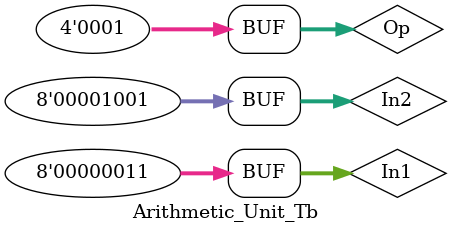
<source format=v>
module Arithmetic_Unit (
	Op,
	In1,
	In2,
	Out
);
	input [3:0] Op;
	input [7:0] In1,In2;
	output reg [7:0] Out;

	parameter Add = 4'b0001,
			  Sub = 4'b0010,
			  Mul = 4'b0011,
			  Div = 4'b0100;

	always @(Op or In1 or In2) begin
		case (Op)
			Add: Out = In1 + In2;
			Sub: Out = In1 - In2;
			Mul: Out = In1 * In2;
			Div: Out = In1 / In2;
			default: Out = In1 + In2;
		endcase
	end
endmodule  


module Arithmetic_Unit_Tb;

	reg [3:0] Op;
	reg [7:0] In1,In2;
	wire [7:0] Out;
	Arithmetic_Unit Arithmetic_Unit_Dut(Op,In1,In2,Out);

	initial begin

		// Case(1)
		#0
		Op  = 4'b0000;
		In1 = 8'b00000000;
		In2 = 8'b00000000;
		#5
		Op  = 4'b0001;
		In1 = 8'b00000001;
		In2 = 8'b00000001;
		#10
		Op  = 4'b0001;
		In1 = 8'b00000011;
		In2 = 8'b00001001;
	end
	initial begin
		$dumpfile("Alu.vcd");
		$dumpvars(0,Arithmetic_Unit_Dut);
	end
	initial 
		$monitor("Op = %b, In1 = %b, In2 = %b, Out = %b",Op,In1,In2,Out);
	
endmodule
</source>
